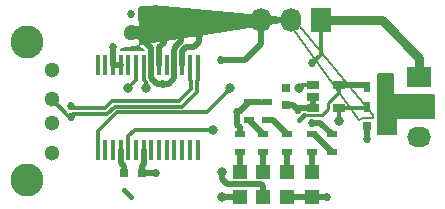
<source format=gtl>
G04 #@! TF.FileFunction,Copper,L1,Top,Signal*
%FSLAX46Y46*%
G04 Gerber Fmt 4.6, Leading zero omitted, Abs format (unit mm)*
G04 Created by KiCad (PCBNEW (2016-07-14 BZR 6980)-product) date Sunday, 23 April 2017 'PMt' 23:49:01*
%MOMM*%
%LPD*%
G01*
G04 APERTURE LIST*
%ADD10C,0.150000*%
%ADD11R,0.800000X0.750000*%
%ADD12R,0.750000X0.800000*%
%ADD13R,1.198880X1.198880*%
%ADD14R,1.727200X2.032000*%
%ADD15O,1.727200X2.032000*%
%ADD16R,0.500000X0.900000*%
%ADD17R,0.450000X1.750000*%
%ADD18R,1.060000X0.650000*%
%ADD19R,2.032000X1.727200*%
%ADD20O,2.032000X1.727200*%
%ADD21R,0.900000X0.500000*%
%ADD22C,1.300000*%
%ADD23C,2.800000*%
%ADD24C,0.685800*%
%ADD25C,0.800000*%
%ADD26C,0.500000*%
%ADD27C,0.300000*%
%ADD28C,0.400000*%
%ADD29C,0.800000*%
%ADD30C,0.250000*%
%ADD31C,0.180000*%
%ADD32C,0.160000*%
G04 APERTURE END LIST*
D10*
D11*
X165350000Y-82700000D03*
X163850000Y-82700000D03*
X162350000Y-82700000D03*
X160850000Y-82700000D03*
D12*
X172700000Y-87350000D03*
X172700000Y-88850000D03*
D11*
X181100000Y-90600000D03*
X179600000Y-90600000D03*
D13*
X168800000Y-94500000D03*
X168800000Y-96598040D03*
X170800000Y-94500000D03*
X170800000Y-96598040D03*
X172800000Y-94500000D03*
X172800000Y-96598040D03*
D14*
X175640000Y-81600000D03*
D15*
X173100000Y-81600000D03*
X170560000Y-81600000D03*
D16*
X181100000Y-89000000D03*
X179600000Y-89000000D03*
X179600000Y-87300000D03*
X181100000Y-87300000D03*
D17*
X156775000Y-92600000D03*
X157425000Y-92600000D03*
X158075000Y-92600000D03*
X158725000Y-92600000D03*
X159375000Y-92600000D03*
X160025000Y-92600000D03*
X160675000Y-92600000D03*
X161325000Y-92600000D03*
X161975000Y-92600000D03*
X162625000Y-92600000D03*
X163275000Y-92600000D03*
X163925000Y-92600000D03*
X164575000Y-92600000D03*
X165225000Y-92600000D03*
X165225000Y-85400000D03*
X164575000Y-85400000D03*
X163925000Y-85400000D03*
X163275000Y-85400000D03*
X162625000Y-85400000D03*
X161975000Y-85400000D03*
X161325000Y-85400000D03*
X160675000Y-85400000D03*
X160025000Y-85400000D03*
X159375000Y-85400000D03*
X158725000Y-85400000D03*
X158075000Y-85400000D03*
X157425000Y-85400000D03*
X156775000Y-85400000D03*
D18*
X175000000Y-87150000D03*
X175000000Y-88100000D03*
X175000000Y-89050000D03*
X177200000Y-89050000D03*
X177200000Y-87150000D03*
D19*
X184000000Y-86460000D03*
D20*
X184000000Y-89000000D03*
X184000000Y-91540000D03*
D13*
X174900000Y-94501960D03*
X174900000Y-96600000D03*
D11*
X159000000Y-94600000D03*
X160500000Y-94600000D03*
X162350000Y-81100000D03*
X160850000Y-81100000D03*
D21*
X171150000Y-88600000D03*
X171150000Y-90100000D03*
X169550000Y-88600000D03*
X169550000Y-90100000D03*
X168800000Y-91300000D03*
X168800000Y-92800000D03*
X170800000Y-91300000D03*
X170800000Y-92800000D03*
X172800000Y-91300000D03*
X172800000Y-92800000D03*
X174900000Y-91300000D03*
X174900000Y-92800000D03*
X176600000Y-91300000D03*
X176600000Y-92800000D03*
D22*
X152900000Y-88350000D03*
X152900000Y-90350000D03*
X152900000Y-92850000D03*
X152900000Y-85850000D03*
D23*
X150800000Y-83500000D03*
X150800000Y-95200000D03*
D24*
X173700000Y-89200000D03*
X162300004Y-87000000D03*
X159600000Y-82700000D03*
X161700000Y-94600000D03*
X176200000Y-96600000D03*
X179600000Y-91700000D03*
X158100000Y-83900000D03*
X168600000Y-89399998D03*
X167200000Y-85000000D03*
X159600000Y-81100000D03*
X163800000Y-81100000D03*
D25*
X159300000Y-87400000D03*
X167300000Y-96600000D03*
X167300000Y-94500000D03*
X160900000Y-87400000D03*
D24*
X174900000Y-90299999D03*
X174900000Y-85300000D03*
D25*
X166500002Y-90900000D03*
X177200000Y-90200000D03*
X168000000Y-87400000D03*
X173800000Y-87400000D03*
D24*
X154500000Y-89792900D03*
X154500000Y-88907100D03*
D26*
X165325000Y-82700000D02*
X165325000Y-83475000D01*
X165325000Y-83475000D02*
X164900000Y-83900000D01*
X164900000Y-83900000D02*
X164250677Y-83900000D01*
X163947598Y-84375049D02*
X163927410Y-84395237D01*
X164250677Y-83900000D02*
X163947598Y-84203079D01*
X163947598Y-84203079D02*
X163947598Y-84375049D01*
X163927410Y-84395237D02*
X163927410Y-85400000D01*
D27*
X165325000Y-82700000D02*
X165325000Y-82826415D01*
D26*
X165350000Y-82700000D02*
X165325000Y-82700000D01*
X172700000Y-88850000D02*
X173350000Y-88850000D01*
X173350000Y-88850000D02*
X173700000Y-89200000D01*
X175000000Y-89050000D02*
X173850000Y-89050000D01*
X173850000Y-89050000D02*
X173700000Y-89200000D01*
X175000000Y-88100000D02*
X175000000Y-89050000D01*
X163850000Y-82700000D02*
X163850000Y-83378030D01*
X163850000Y-83378030D02*
X163295188Y-83932842D01*
X163275000Y-84125000D02*
X163295188Y-84104812D01*
X163295188Y-84104812D02*
X163295188Y-83932842D01*
X163275000Y-85400000D02*
X163275000Y-84125000D01*
X160850000Y-82700000D02*
X160850000Y-83575000D01*
X160850000Y-83575000D02*
X160875000Y-83600000D01*
X160875000Y-83600000D02*
X160900000Y-83600000D01*
X161325000Y-85400000D02*
X161325000Y-84025000D01*
X161325000Y-84025000D02*
X160900000Y-83600000D01*
X160675000Y-92600000D02*
X160675000Y-93800000D01*
X160500000Y-94600000D02*
X160500000Y-93975000D01*
X160500000Y-93975000D02*
X160675000Y-93800000D01*
X163275000Y-85400000D02*
X163275000Y-86509937D01*
X163275000Y-86509937D02*
X162784937Y-87000000D01*
X162784937Y-87000000D02*
X162300004Y-87000000D01*
X161325000Y-86509929D02*
X161815071Y-87000000D01*
X161325000Y-85400000D02*
X161325000Y-86509929D01*
X161815071Y-87000000D02*
X162300004Y-87000000D01*
X159700000Y-82700000D02*
X159600000Y-82700000D01*
X160850000Y-82700000D02*
X159700000Y-82700000D01*
X160850000Y-82700000D02*
X160850000Y-81100000D01*
X160500000Y-94600000D02*
X161700000Y-94600000D01*
X158075000Y-85400000D02*
X158075000Y-83925000D01*
X158075000Y-83925000D02*
X158100000Y-83900000D01*
X158075000Y-85400000D02*
X158725000Y-85400000D01*
X179600000Y-90600000D02*
X179600000Y-91700000D01*
X174900000Y-96600000D02*
X176200000Y-96600000D01*
X172800000Y-96598040D02*
X174898040Y-96598040D01*
X174898040Y-96598040D02*
X174900000Y-96600000D01*
X169250000Y-85000000D02*
X170560000Y-83690000D01*
X170560000Y-83690000D02*
X170560000Y-81600000D01*
X167200000Y-85000000D02*
X169250000Y-85000000D01*
X168600000Y-90500000D02*
X168600000Y-89399998D01*
X168800000Y-91300000D02*
X168800000Y-90700000D01*
X168800000Y-90700000D02*
X168600000Y-90500000D01*
D28*
X170500000Y-88600000D02*
X171150000Y-88600000D01*
D26*
X169550000Y-88600000D02*
X170500000Y-88600000D01*
X168600000Y-89399998D02*
X168750002Y-89399998D01*
X168750002Y-89399998D02*
X169550000Y-88600000D01*
X162350000Y-82700000D02*
X162350000Y-83575000D01*
X162350000Y-83575000D02*
X161977410Y-83947590D01*
X161977410Y-83947590D02*
X161977410Y-85400000D01*
D29*
X162350000Y-81100000D02*
X163800000Y-81100000D01*
D30*
X174222599Y-89677401D02*
X175726921Y-89677401D01*
X175726921Y-89677401D02*
X176250000Y-89154322D01*
X176250000Y-89154322D02*
X176250000Y-88675000D01*
X176250000Y-88675000D02*
X177200000Y-87725000D01*
X177200000Y-87725000D02*
X177200000Y-87150000D01*
D26*
X177200000Y-87150000D02*
X179450000Y-87150000D01*
X179450000Y-87150000D02*
X179600000Y-87300000D01*
X159000000Y-94600000D02*
X159000000Y-94000000D01*
X159000000Y-94000000D02*
X158725000Y-93725000D01*
X158725000Y-93725000D02*
X158725000Y-92600000D01*
D28*
X174222599Y-89677401D02*
X173800000Y-90100000D01*
X159600000Y-96600000D02*
X159000000Y-96000000D01*
D27*
X181100000Y-87300000D02*
X181100000Y-89000000D01*
X181100000Y-90600000D02*
X181100000Y-89000000D01*
X181100000Y-89000000D02*
X184000000Y-89000000D01*
D26*
X168800000Y-94500000D02*
X168800000Y-92800000D01*
X168800000Y-96598040D02*
X167301960Y-96598040D01*
X167301960Y-96598040D02*
X167300000Y-96600000D01*
D27*
X159300000Y-87400000D02*
X160025000Y-86675000D01*
X160025000Y-86675000D02*
X160025000Y-85400000D01*
D26*
X170800000Y-92800000D02*
X170800000Y-94500000D01*
X167300000Y-94500000D02*
X167300000Y-95065685D01*
X167300000Y-95065685D02*
X167734314Y-95499999D01*
X167734314Y-95499999D02*
X167876797Y-95499999D01*
X167876797Y-95499999D02*
X167878639Y-95501841D01*
X167878639Y-95501841D02*
X170603241Y-95501841D01*
X170603241Y-95501841D02*
X170800000Y-95698600D01*
X170800000Y-95698600D02*
X170800000Y-96598040D01*
D27*
X160675000Y-85400000D02*
X160675000Y-86400000D01*
X160900000Y-86900000D02*
X160675000Y-86675000D01*
X160675000Y-86675000D02*
X160675000Y-86400000D01*
X160900000Y-87400000D02*
X160900000Y-86900000D01*
D26*
X172800000Y-92800000D02*
X172800000Y-94500000D01*
D27*
X175640000Y-81600000D02*
X175640000Y-84560000D01*
X175640000Y-84560000D02*
X174900000Y-85300000D01*
D26*
X176600000Y-91300000D02*
X175599999Y-90299999D01*
X175599999Y-90299999D02*
X174900000Y-90299999D01*
D29*
X175640000Y-81600000D02*
X180803600Y-81600000D01*
X180803600Y-81600000D02*
X184000000Y-84796400D01*
X184000000Y-84796400D02*
X184000000Y-86460000D01*
D26*
X174900000Y-92800000D02*
X174900000Y-94501960D01*
D27*
X165934317Y-90900000D02*
X166500002Y-90900000D01*
X159900000Y-90900000D02*
X165934317Y-90900000D01*
X159375000Y-91425000D02*
X159900000Y-90900000D01*
X159375000Y-92600000D02*
X159375000Y-91425000D01*
X177200000Y-90200000D02*
X177200000Y-89050000D01*
X177200000Y-89050000D02*
X179550000Y-89050000D01*
X179550000Y-89050000D02*
X179600000Y-89000000D01*
X166000000Y-89400000D02*
X167600001Y-87799999D01*
X158400000Y-89400000D02*
X166000000Y-89400000D01*
X167600001Y-87799999D02*
X168000000Y-87400000D01*
X156775000Y-91025000D02*
X158400000Y-89400000D01*
X175000000Y-87150000D02*
X174050000Y-87150000D01*
X174050000Y-87150000D02*
X173800000Y-87400000D01*
X156775000Y-91025000D02*
X156800000Y-91000000D01*
X156775000Y-92600000D02*
X156775000Y-91025000D01*
D26*
X169550000Y-90100000D02*
X169600000Y-90100000D01*
X169600000Y-90100000D02*
X170800000Y-91300000D01*
X174900000Y-91300000D02*
X175100000Y-91300000D01*
X175100000Y-91300000D02*
X176600000Y-92800000D01*
X171150000Y-90100000D02*
X171600000Y-90100000D01*
X171600000Y-90100000D02*
X172800000Y-91300000D01*
D27*
X154500000Y-89792900D02*
X154342900Y-89792900D01*
X154342900Y-89792900D02*
X152900000Y-88350000D01*
X157560197Y-89599999D02*
X154692901Y-89599999D01*
X154692901Y-89599999D02*
X154500000Y-89792900D01*
X165225000Y-86712500D02*
X165150000Y-86787500D01*
X165225000Y-85400000D02*
X165225000Y-86712500D01*
X165150000Y-86787500D02*
X165150000Y-87703552D01*
X165150000Y-87703552D02*
X163905962Y-88947590D01*
X163905962Y-88947590D02*
X158212605Y-88947591D01*
X158212605Y-88947591D02*
X157560197Y-89599999D01*
X157353101Y-89100001D02*
X154692901Y-89100001D01*
X154692901Y-89100001D02*
X154500000Y-88907100D01*
X164650000Y-86787500D02*
X164650000Y-87496448D01*
X158005501Y-88447601D02*
X157353101Y-89100001D01*
X164575000Y-85400000D02*
X164575000Y-86712500D01*
X164575000Y-86712500D02*
X164650000Y-86787500D01*
X164650000Y-87496448D02*
X163698847Y-88447601D01*
X163698847Y-88447601D02*
X158005501Y-88447601D01*
D31*
G36*
X161443040Y-80386260D02*
X161404451Y-80479422D01*
X161363152Y-80451826D01*
X161250000Y-80429319D01*
X160450000Y-80429319D01*
X160336848Y-80451826D01*
X160240922Y-80515922D01*
X160176826Y-80611848D01*
X160154319Y-80725000D01*
X160154319Y-81475000D01*
X160176826Y-81588152D01*
X160240922Y-81684078D01*
X160310000Y-81730235D01*
X160310000Y-82069765D01*
X160240922Y-82115922D01*
X160211470Y-82160000D01*
X159949905Y-82160000D01*
X159726444Y-82067210D01*
X159474661Y-82066991D01*
X159241959Y-82163141D01*
X159063767Y-82341023D01*
X158967210Y-82573556D01*
X158966991Y-82825339D01*
X159063141Y-83058041D01*
X159241023Y-83236233D01*
X159473556Y-83332790D01*
X159725339Y-83333009D01*
X159950439Y-83240000D01*
X160211470Y-83240000D01*
X160240922Y-83284078D01*
X160310000Y-83330235D01*
X160310000Y-83575000D01*
X160351105Y-83781649D01*
X160468162Y-83956838D01*
X160493160Y-83981835D01*
X160493162Y-83981838D01*
X160568503Y-84032179D01*
X160765644Y-84229319D01*
X160450000Y-84229319D01*
X160350000Y-84249210D01*
X160250000Y-84229319D01*
X159800000Y-84229319D01*
X159700000Y-84249210D01*
X159600000Y-84229319D01*
X159150000Y-84229319D01*
X159050000Y-84249210D01*
X158950000Y-84229319D01*
X158648548Y-84229319D01*
X158732790Y-84026444D01*
X172906000Y-81774000D01*
X172906000Y-81426000D01*
X172926000Y-81426000D01*
X172926000Y-81406000D01*
X173274000Y-81406000D01*
X173274000Y-81426000D01*
X173274000Y-81426000D01*
G37*
X173274000Y-81426000D02*
X180070000Y-89624732D01*
X180070000Y-89953439D01*
X180000000Y-89939515D01*
X179200000Y-89939515D01*
X179090750Y-89961246D01*
X178998132Y-90023132D01*
X178936246Y-90115750D01*
X172926000Y-81774000D01*
X172906000Y-81774000D01*
X172906000Y-81426000D01*
X172926000Y-81426000D01*
X172926000Y-81406000D01*
X173274000Y-81406000D01*
X173274000Y-81426000D01*
D31*
G36*
X181810000Y-87900000D02*
X181816851Y-87934442D01*
X181836360Y-87963640D01*
X181865558Y-87983149D01*
X181900000Y-87990000D01*
X185210000Y-87990000D01*
X185210000Y-89910000D01*
X182100000Y-89910000D01*
X182065558Y-89916851D01*
X182036360Y-89936360D01*
X182016851Y-89965558D01*
X182010000Y-90000000D01*
X182010000Y-91310000D01*
X180490000Y-91310000D01*
X180490000Y-86190000D01*
X181810000Y-86190000D01*
X181810000Y-87900000D01*
X181810000Y-87900000D01*
G37*
X181810000Y-87900000D02*
X181816851Y-87934442D01*
X181836360Y-87963640D01*
X181865558Y-87983149D01*
X181900000Y-87990000D01*
X185210000Y-87990000D01*
X185210000Y-89910000D01*
X182100000Y-89910000D01*
X182065558Y-89916851D01*
X182036360Y-89936360D01*
X182016851Y-89965558D01*
X182010000Y-90000000D01*
X182010000Y-91310000D01*
X180490000Y-91310000D01*
X180490000Y-86190000D01*
X181810000Y-86190000D01*
X181810000Y-87900000D01*
M02*

</source>
